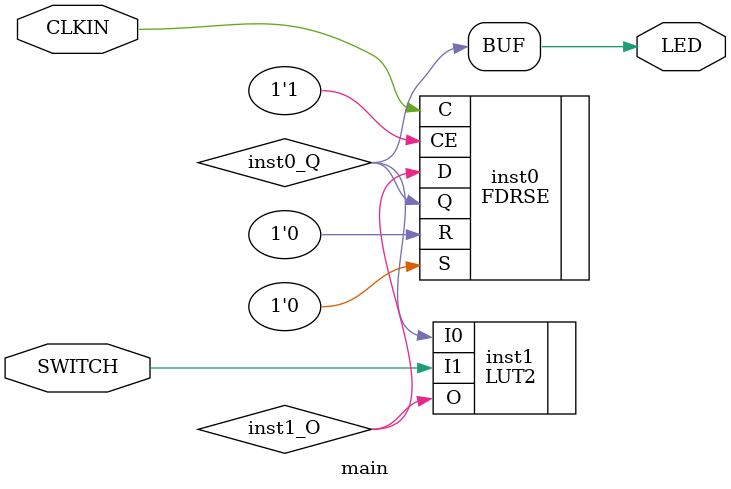
<source format=v>
module main (output [0:0] LED, input [0:0] SWITCH, input  CLKIN);
wire  inst0_Q;
wire  inst1_O;
FDRSE #(.INIT(1'h0)) inst0 (.C(CLKIN), .CE(1'b1), .R(1'b0), .S(1'b0), .D(inst1_O), .Q(inst0_Q));
LUT2 #(.INIT(4'h6)) inst1 (.I0(inst0_Q), .I1(SWITCH[0]), .O(inst1_O));
assign LED = {inst0_Q};
endmodule


</source>
